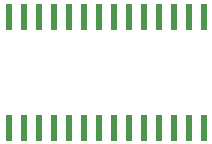
<source format=gbr>
G04 #@! TF.GenerationSoftware,KiCad,Pcbnew,no-vcs-found-835c19f~60~ubuntu16.04.1*
G04 #@! TF.CreationDate,2017-10-10T23:17:26+02:00*
G04 #@! TF.ProjectId,arcade_adapter,6172636164655F616461707465722E6B,rev?*
G04 #@! TF.SameCoordinates,Original*
G04 #@! TF.FileFunction,Paste,Top*
G04 #@! TF.FilePolarity,Positive*
%FSLAX46Y46*%
G04 Gerber Fmt 4.6, Leading zero omitted, Abs format (unit mm)*
G04 Created by KiCad (PCBNEW no-vcs-found-835c19f~60~ubuntu16.04.1) date Tue Oct 10 23:17:26 2017*
%MOMM*%
%LPD*%
G01*
G04 APERTURE LIST*
%ADD10R,0.600000X2.200000*%
G04 APERTURE END LIST*
D10*
X109143800Y-72265000D03*
X109143800Y-62865000D03*
X107873800Y-72265000D03*
X107873800Y-62865000D03*
X106603800Y-72265000D03*
X106603800Y-62865000D03*
X105333800Y-72265000D03*
X105333800Y-62865000D03*
X104063800Y-72265000D03*
X104063800Y-62865000D03*
X102793800Y-72265000D03*
X102793800Y-62865000D03*
X101523800Y-72265000D03*
X101523800Y-62865000D03*
X100253800Y-72265000D03*
X100253800Y-62865000D03*
X98983800Y-72265000D03*
X98983800Y-62865000D03*
X97713800Y-72265000D03*
X97713800Y-62865000D03*
X96443800Y-72265000D03*
X96443800Y-62865000D03*
X95173800Y-72265000D03*
X95173800Y-62865000D03*
X93903800Y-72265000D03*
X93903800Y-62865000D03*
X92633800Y-72265000D03*
X92633800Y-62865000D03*
M02*

</source>
